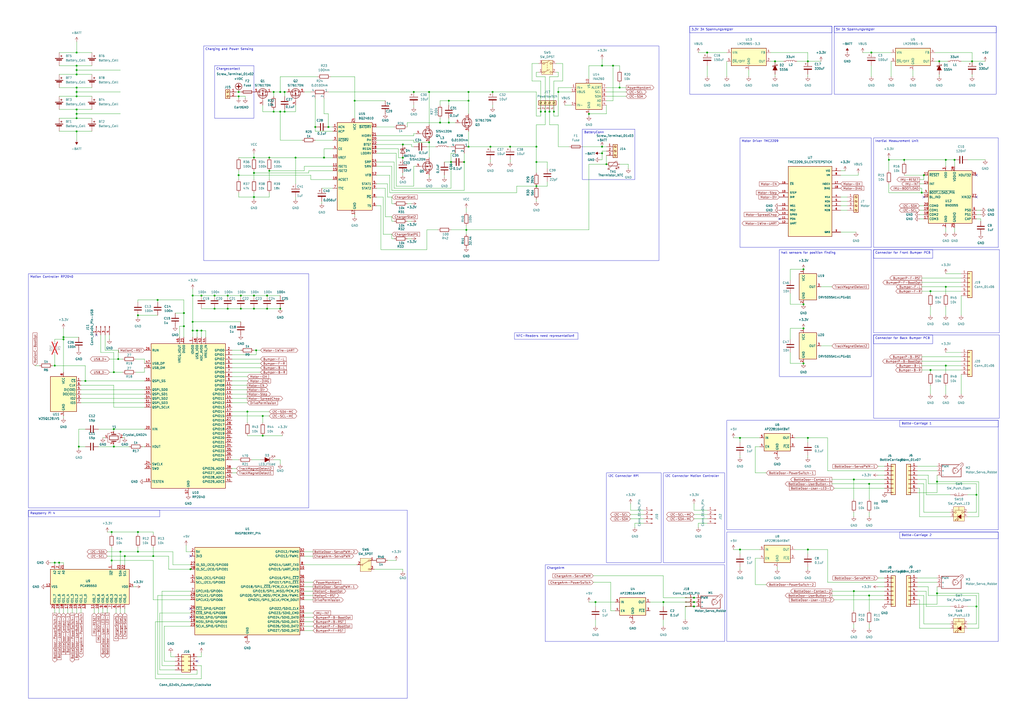
<source format=kicad_sch>
(kicad_sch
	(version 20231120)
	(generator "eeschema")
	(generator_version "8.0")
	(uuid "10e9ed1f-81fe-4a04-a219-cef72219a4ee")
	(paper "A2")
	
	(junction
		(at 429.26 318.77)
		(diameter 0)
		(color 0 0 0 0)
		(uuid "03268f60-248c-430f-9a48-def6cb6c976e")
	)
	(junction
		(at 148.59 203.2)
		(diameter 0)
		(color 0 0 0 0)
		(uuid "04234bed-4ba9-40ef-ac16-7d8ec800186b")
	)
	(junction
		(at 295.91 85.09)
		(diameter 0)
		(color 0 0 0 0)
		(uuid "043c4983-ef1a-48da-af34-5e079e1617dd")
	)
	(junction
		(at 410.21 30.48)
		(diameter 0)
		(color 0 0 0 0)
		(uuid "06870aa4-4c9b-477d-9f05-4ca4de8f6a4d")
	)
	(junction
		(at 147.32 91.44)
		(diameter 0)
		(color 0 0 0 0)
		(uuid "078e93f4-ef9b-4a26-8fc8-7cb6440c9d83")
	)
	(junction
		(at 44.45 50.8)
		(diameter 0)
		(color 0 0 0 0)
		(uuid "083aae67-81c3-4ec2-bf4a-336ec22f72e9")
	)
	(junction
		(at 138.43 53.34)
		(diameter 0)
		(color 0 0 0 0)
		(uuid "0c36acff-a6fa-4aad-8de9-5a58c137780b")
	)
	(junction
		(at 205.74 58.42)
		(diameter 0)
		(color 0 0 0 0)
		(uuid "0fa84823-55a1-466b-9cc3-bd54f6acb385")
	)
	(junction
		(at 271.78 58.42)
		(diameter 0)
		(color 0 0 0 0)
		(uuid "10394ed1-e91b-4a04-b451-45e5b47def1e")
	)
	(junction
		(at 270.51 133.35)
		(diameter 0)
		(color 0 0 0 0)
		(uuid "1591bc0a-595e-4743-a95b-031ef01c08e6")
	)
	(junction
		(at 248.92 53.34)
		(diameter 0)
		(color 0 0 0 0)
		(uuid "17566795-db7d-438c-a62f-11fa896f09fe")
	)
	(junction
		(at 36.83 195.58)
		(diameter 0)
		(color 0 0 0 0)
		(uuid "21be0d6d-08dd-4c6b-8dde-b3409b7daccd")
	)
	(junction
		(at 91.44 173.99)
		(diameter 0)
		(color 0 0 0 0)
		(uuid "22a4d2dd-f848-4193-8541-955420f6e17d")
	)
	(junction
		(at 313.69 64.77)
		(diameter 0)
		(color 0 0 0 0)
		(uuid "230cd950-b70b-46ae-8da2-7c0fe82a6426")
	)
	(junction
		(at 44.45 68.58)
		(diameter 0)
		(color 0 0 0 0)
		(uuid "2421b6f1-9351-4b09-9d81-3293799c07ca")
	)
	(junction
		(at 543.56 279.4)
		(diameter 0)
		(color 0 0 0 0)
		(uuid "25fc08dd-dbcb-4986-8d99-a9d615e74609")
	)
	(junction
		(at 44.45 30.48)
		(diameter 0)
		(color 0 0 0 0)
		(uuid "265fbd34-c236-4afc-b472-ab5f7b1865f2")
	)
	(junction
		(at 64.77 325.12)
		(diameter 0)
		(color 0 0 0 0)
		(uuid "277e0764-7927-4216-849d-6bc3b8e09a44")
	)
	(junction
		(at 139.7 179.07)
		(diameter 0)
		(color 0 0 0 0)
		(uuid "29426718-41a1-4fab-a69c-de55200420f5")
	)
	(junction
		(at 44.45 43.18)
		(diameter 0)
		(color 0 0 0 0)
		(uuid "29b5096b-a417-4d8d-8959-38c8fd1009d5")
	)
	(junction
		(at 80.01 182.88)
		(diameter 0)
		(color 0 0 0 0)
		(uuid "2d0abeda-aac0-4388-a19d-3bc6f581aa05")
	)
	(junction
		(at 44.45 76.2)
		(diameter 0)
		(color 0 0 0 0)
		(uuid "2d1447b9-e1f8-416e-9e68-2f3a93be7887")
	)
	(junction
		(at 116.84 191.77)
		(diameter 0)
		(color 0 0 0 0)
		(uuid "2e7fad9a-09d7-4161-afc3-42855f89e07f")
	)
	(junction
		(at 187.96 91.44)
		(diameter 0)
		(color 0 0 0 0)
		(uuid "2fb5237e-5a20-44ce-8f36-963c438a2351")
	)
	(junction
		(at 147.32 179.07)
		(diameter 0)
		(color 0 0 0 0)
		(uuid "2fdf82e2-3891-4bd7-be3f-e7514a4bef5c")
	)
	(junction
		(at 311.15 85.09)
		(diameter 0)
		(color 0 0 0 0)
		(uuid "311f4d38-041f-4193-974d-1c83fbb67e88")
	)
	(junction
		(at 124.46 179.07)
		(diameter 0)
		(color 0 0 0 0)
		(uuid "39a70374-4daf-4db7-bf38-bf4c46ca5dc6")
	)
	(junction
		(at 124.46 171.45)
		(diameter 0)
		(color 0 0 0 0)
		(uuid "3c018187-1d9c-4d03-8c02-29d04cab6f36")
	)
	(junction
		(at 88.9 322.58)
		(diameter 0)
		(color 0 0 0 0)
		(uuid "3ee83e4e-3370-4ed8-bcc6-114de62898d7")
	)
	(junction
		(at 349.25 38.1)
		(diameter 0)
		(color 0 0 0 0)
		(uuid "3eea0a00-3e9a-4c07-bf8c-cd1e7c4edf62")
	)
	(junction
		(at 147.32 100.33)
		(diameter 0)
		(color 0 0 0 0)
		(uuid "41cacee7-f5a4-4feb-90d3-5b89c79d1be2")
	)
	(junction
		(at 147.32 171.45)
		(diameter 0)
		(color 0 0 0 0)
		(uuid "451af065-1b1a-4969-88c6-18b12c3eaf4b")
	)
	(junction
		(at 116.84 171.45)
		(diameter 0)
		(color 0 0 0 0)
		(uuid "470f61d3-5f15-44b3-9be8-d7ad98c6cb59")
	)
	(junction
		(at 466.09 210.82)
		(diameter 0)
		(color 0 0 0 0)
		(uuid "48971dba-eda7-491c-8cff-cff1d10cc4ba")
	)
	(junction
		(at 355.6 38.1)
		(diameter 0)
		(color 0 0 0 0)
		(uuid "4a08adb7-ea48-4326-a6c2-0515fd040642")
	)
	(junction
		(at 311.15 107.95)
		(diameter 0)
		(color 0 0 0 0)
		(uuid "4c87b946-ba01-4b69-b1a9-9e7e6044b062")
	)
	(junction
		(at 31.75 212.09)
		(diameter 0)
		(color 0 0 0 0)
		(uuid "4f324c9b-e82a-4655-af45-70ad70b76b07")
	)
	(junction
		(at 165.1 64.77)
		(diameter 0)
		(color 0 0 0 0)
		(uuid "4f5c7b81-43d6-4512-a1ff-f2767706b81b")
	)
	(junction
		(at 80.01 308.61)
		(diameter 0)
		(color 0 0 0 0)
		(uuid "4fafc432-26d7-4c70-844e-cbe5d393e13c")
	)
	(junction
		(at 68.58 208.28)
		(diameter 0)
		(color 0 0 0 0)
		(uuid "515f183c-9db6-4e5c-a04a-45e2e5b7cfce")
	)
	(junction
		(at 260.35 71.12)
		(diameter 0)
		(color 0 0 0 0)
		(uuid "51a07f6d-fef6-4ded-b7b5-940b5c2502f1")
	)
	(junction
		(at 563.88 35.56)
		(diameter 0)
		(color 0 0 0 0)
		(uuid "55e24700-a976-46b6-9a5e-322947c19269")
	)
	(junction
		(at 504.19 345.44)
		(diameter 0)
		(color 0 0 0 0)
		(uuid "57161dd7-66d7-4a82-9a79-eaa5c269842f")
	)
	(junction
		(at 466.09 190.5)
		(diameter 0)
		(color 0 0 0 0)
		(uuid "58941ba0-49a2-4b85-9a74-91b8353490af")
	)
	(junction
		(at 402.59 351.79)
		(diameter 0)
		(color 0 0 0 0)
		(uuid "58a4fc78-7c78-4869-9833-849d042f667f")
	)
	(junction
		(at 255.27 71.12)
		(diameter 0)
		(color 0 0 0 0)
		(uuid "5cb3f681-a5b8-4722-b634-c4ebdba652ce")
	)
	(junction
		(at 548.64 92.71)
		(diameter 0)
		(color 0 0 0 0)
		(uuid "5eef07a4-476c-4d20-ab85-4e2f6966be7d")
	)
	(junction
		(at 466.09 156.21)
		(diameter 0)
		(color 0 0 0 0)
		(uuid "6897ca32-27ac-491f-81b3-db9981cbe5a5")
	)
	(junction
		(at 261.62 93.98)
		(diameter 0)
		(color 0 0 0 0)
		(uuid "6bda25a7-d433-4177-8a8c-e3ecc441d877")
	)
	(junction
		(at 318.77 64.77)
		(diameter 0)
		(color 0 0 0 0)
		(uuid "6c09df51-c141-43c6-99c2-443523b80007")
	)
	(junction
		(at 111.76 191.77)
		(diameter 0)
		(color 0 0 0 0)
		(uuid "6d65149c-99e1-48b1-afd4-3fc0a4e61402")
	)
	(junction
		(at 535.94 101.6)
		(diameter 0)
		(color 0 0 0 0)
		(uuid "6ea42f31-28e0-4e12-9550-0f7ac6dc9aa7")
	)
	(junction
		(at 539.75 214.63)
		(diameter 0)
		(color 0 0 0 0)
		(uuid "6eaa7f75-ad11-4df2-a6a3-c6ef0e430e53")
	)
	(junction
		(at 311.15 93.98)
		(diameter 0)
		(color 0 0 0 0)
		(uuid "6ef56cb4-6ee0-4075-bb1b-a819c1239ddb")
	)
	(junction
		(at 44.45 66.04)
		(diameter 0)
		(color 0 0 0 0)
		(uuid "6f780dc5-431b-4107-8aa6-7a7b80f485db")
	)
	(junction
		(at 80.01 320.04)
		(diameter 0)
		(color 0 0 0 0)
		(uuid "7008afad-ebe6-4b0c-994b-1ffb34cb38c0")
	)
	(junction
		(at 495.3 278.13)
		(diameter 0)
		(color 0 0 0 0)
		(uuid "75888cbd-2c9c-44cc-a124-d721d5a43a54")
	)
	(junction
		(at 66.04 259.08)
		(diameter 0)
		(color 0 0 0 0)
		(uuid "75b73604-a04b-4e5e-8f2b-d7112a354c76")
	)
	(junction
		(at 152.4 252.73)
		(diameter 0)
		(color 0 0 0 0)
		(uuid "75ef01e9-385c-4ea7-9683-cb33dac2e24c")
	)
	(junction
		(at 156.21 99.06)
		(diameter 0)
		(color 0 0 0 0)
		(uuid "7a6f0ed7-48cc-489f-9f10-fea7b8900c2e")
	)
	(junction
		(at 44.45 40.64)
		(diameter 0)
		(color 0 0 0 0)
		(uuid "7b5e014f-6d02-49ab-956c-429ce09c3d2b")
	)
	(junction
		(at 566.42 351.79)
		(diameter 0)
		(color 0 0 0 0)
		(uuid "7cb410a2-cd21-4a99-a0fc-9cfba2c05cfa")
	)
	(junction
		(at 154.94 171.45)
		(diameter 0)
		(color 0 0 0 0)
		(uuid "7dc31fcc-7a3f-43f9-9177-cd22c32ac711")
	)
	(junction
		(at 539.75 168.91)
		(diameter 0)
		(color 0 0 0 0)
		(uuid "7debab58-8d33-494d-87b4-97a52d26a6ff")
	)
	(junction
		(at 543.56 344.17)
		(diameter 0)
		(color 0 0 0 0)
		(uuid "80f79bba-cc7f-4b8e-9517-8f247a51f6a4")
	)
	(junction
		(at 158.75 64.77)
		(diameter 0)
		(color 0 0 0 0)
		(uuid "82b92c49-401a-4913-858f-7e3f2f46ddcf")
	)
	(junction
		(at 111.76 186.69)
		(diameter 0)
		(color 0 0 0 0)
		(uuid "84d0a7d8-7dd4-4f12-bcc9-40014992f2ac")
	)
	(junction
		(at 504.19 280.67)
		(diameter 0)
		(color 0 0 0 0)
		(uuid "8521d5a2-40ba-4a5d-a5c4-2e6ef9471c28")
	)
	(junction
		(at 240.03 53.34)
		(diameter 0)
		(color 0 0 0 0)
		(uuid "85aefa31-e41f-4715-9986-793490d285ff")
	)
	(junction
		(at 44.45 53.34)
		(diameter 0)
		(color 0 0 0 0)
		(uuid "87f4a9f5-047d-4055-84ef-ce082379ddb6")
	)
	(junction
		(at 162.56 64.77)
		(diameter 0)
		(color 0 0 0 0)
		(uuid "882212e7-c879-43a9-94f4-d1d58d5f9db1")
	)
	(junction
		(at 466.09 176.53)
		(diameter 0)
		(color 0 0 0 0)
		(uuid "8949e0e3-3200-4f92-ba6a-fc8d6b9cfd36")
	)
	(junction
		(at 111.76 171.45)
		(diameter 0)
		(color 0 0 0 0)
		(uuid "8c8781ed-ac6a-4428-9845-847cdc5f6708")
	)
	(junction
		(at 271.78 53.34)
		(diameter 0)
		(color 0 0 0 0)
		(uuid "8e4272b3-cc34-461e-ac6a-bc00f9b86312")
	)
	(junction
		(at 132.08 179.07)
		(diameter 0)
		(color 0 0 0 0)
		(uuid "90d555f8-82ed-4e5b-9fde-9f2563ca9a84")
	)
	(junction
		(at 345.44 349.25)
		(diameter 0)
		(color 0 0 0 0)
		(uuid "9339e47f-85f5-408a-b36c-b27fd8430462")
	)
	(junction
		(at 190.5 73.66)
		(diameter 0)
		(color 0 0 0 0)
		(uuid "93f07516-6868-4305-aacb-0ba200e0c11d")
	)
	(junction
		(at 162.56 179.07)
		(diameter 0)
		(color 0 0 0 0)
		(uuid "9471eeb1-2a59-42c9-9805-be6e33dda6f7")
	)
	(junction
		(at 495.3 342.9)
		(diameter 0)
		(color 0 0 0 0)
		(uuid "95c38d03-b4bc-4d18-b7ec-e184e5f2b0d1")
	)
	(junction
		(at 158.75 53.34)
		(diameter 0)
		(color 0 0 0 0)
		(uuid "96aa31a1-4e10-459b-997d-dbaa4ad37b35")
	)
	(junction
		(at 515.62 92.71)
		(diameter 0)
		(color 0 0 0 0)
		(uuid "99315baa-d1fc-4dc4-bcfc-637bd899f1ef")
	)
	(junction
		(at 544.83 35.56)
		(diameter 0)
		(color 0 0 0 0)
		(uuid "99af6a2b-938f-4a05-a868-2edc7d4b2aed")
	)
	(junction
		(at 72.39 322.58)
		(diameter 0)
		(color 0 0 0 0)
		(uuid "9a382fe7-2567-41bd-b706-8a429acfe147")
	)
	(junction
		(at 154.94 179.07)
		(diameter 0)
		(color 0 0 0 0)
		(uuid "9c8a7697-ebc2-4d23-9b1c-948f5bccfdc2")
	)
	(junction
		(at 548.64 212.09)
		(diameter 0)
		(color 0 0 0 0)
		(uuid "9d765aad-4bb4-461f-b6c2-e1fe7d24c77d")
	)
	(junction
		(at 49.53 220.98)
		(diameter 0)
		(color 0 0 0 0)
		(uuid "9e9c8458-49a2-4c4a-9aa4-a77a98a09679")
	)
	(junction
		(at 284.48 85.09)
		(diameter 0)
		(color 0 0 0 0)
		(uuid "9eeb1fb8-d5cf-4b49-8d76-6b03be443833")
	)
	(junction
		(at 44.45 55.88)
		(diameter 0)
		(color 0 0 0 0)
		(uuid "a042a7b2-81e2-4dbc-9fc4-79a7c6613bb5")
	)
	(junction
		(at 106.68 189.23)
		(diameter 0)
		(color 0 0 0 0)
		(uuid "a0da04da-7b55-4416-b220-aaaa0dffdfe3")
	)
	(junction
		(at 143.51 238.76)
		(diameter 0)
		(color 0 0 0 0)
		(uuid "a174328b-591f-4f4e-acd9-d1960c5a1d5e")
	)
	(junction
		(at 45.72 259.08)
		(diameter 0)
		(color 0 0 0 0)
		(uuid "a3540f26-1336-4e81-a8eb-434080559b46")
	)
	(junction
		(at 165.1 53.34)
		(diameter 0)
		(color 0 0 0 0)
		(uuid "a46edfb4-cfeb-461d-9540-cbd79615340a")
	)
	(junction
		(at 110.49 330.2)
		(diameter 0)
		(color 0 0 0 0)
		(uuid "a8b3ec47-a9a9-4ba1-b749-6c31898f83b9")
	)
	(junction
		(at 114.3 191.77)
		(diameter 0)
		(color 0 0 0 0)
		(uuid "a9ae8d97-5143-4d48-8437-3701e9202cc1")
	)
	(junction
		(at 248.92 82.55)
		(diameter 0)
		(color 0 0 0 0)
		(uuid "acecb792-3d81-4190-88b7-e02a484e65ca")
	)
	(junction
		(at 321.31 64.77)
		(diameter 0)
		(color 0 0 0 0)
		(uuid "b4182030-5dc1-4a45-bd92-f741ebec9a8e")
	)
	(junction
		(at 171.45 91.44)
		(diameter 0)
		(color 0 0 0 0)
		(uuid "b5f21407-4b80-434f-ba8b-2953c30b04b1")
	)
	(junction
		(at 566.42 287.02)
		(diameter 0)
		(color 0 0 0 0)
		(uuid "b783d9c8-d090-495a-83a1-e580f2c25178")
	)
	(junction
		(at 534.67 111.76)
		(diameter 0)
		(color 0 0 0 0)
		(uuid "bb559827-d786-40eb-b3b4-28a643172c47")
	)
	(junction
		(at 468.63 318.77)
		(diameter 0)
		(color 0 0 0 0)
		(uuid "bbc22500-7889-4288-be0d-cfd80288ac5c")
	)
	(junction
		(at 384.81 349.25)
		(diameter 0)
		(color 0 0 0 0)
		(uuid "bc4e959e-e2ad-4122-b784-10f1fe12ed65")
	)
	(junction
		(at 147.32 114.3)
		(diameter 0)
		(color 0 0 0 0)
		(uuid "c0be65a4-b948-4986-9442-3575c41d013b")
	)
	(junction
		(at 64.77 308.61)
		(diameter 0)
		(color 0 0 0 0)
		(uuid "c5a02223-bddc-4462-98b4-b63f3acdf809")
	)
	(junction
		(at 449.58 35.56)
		(diameter 0)
		(color 0 0 0 0)
		(uuid "c799042d-ae88-43cc-a271-0df941a8f484")
	)
	(junction
		(at 269.24 93.98)
		(diameter 0)
		(color 0 0 0 0)
		(uuid "c7d05e29-29a0-49a9-a586-8d5da62223fe")
	)
	(junction
		(at 553.72 92.71)
		(diameter 0)
		(color 0 0 0 0)
		(uuid "c85e723b-7570-4cf5-84ad-b61532129048")
	)
	(junction
		(at 548.64 166.37)
		(diameter 0)
		(color 0 0 0 0)
		(uuid "c957e342-a962-4242-9b04-0bf695b22660")
	)
	(junction
		(at 69.85 320.04)
		(diameter 0)
		(color 0 0 0 0)
		(uuid "c9829d1e-e068-4d7b-979c-0567ec83b092")
	)
	(junction
		(at 156.21 91.44)
		(diameter 0)
		(color 0 0 0 0)
		(uuid "c9b95984-e325-4229-95f0-72e6effc4e99")
	)
	(junction
		(at 66.04 248.92)
		(diameter 0)
		(color 0 0 0 0)
		(uuid "cde65cd6-c066-46d8-a2f4-f11966f8d9bc")
	)
	(junction
		(at 349.25 85.09)
		(diameter 0)
		(color 0 0 0 0)
		(uuid "ce004d87-3500-4581-88d6-ca7dde4a559a")
	)
	(junction
		(at 233.68 83.82)
		(diameter 0)
		(color 0 0 0 0)
		(uuid "ce7a012a-b7ac-4733-9453-7513c5eadd71")
	)
	(junction
		(at 36.83 196.85)
		(diameter 0)
		(color 0 0 0 0)
		(uuid "cf515f11-e932-4ebb-a615-a2f4c79f2c55")
	)
	(junction
		(at 341.63 66.04)
		(diameter 0)
		(color 0 0 0 0)
		(uuid "d11ba81a-bdac-481a-9bd9-cd8d713f0ecf")
	)
	(junction
		(at 349.25 88.9)
		(diameter 0)
		(color 0 0 0 0)
		(uuid "d3335085-ec23-4516-affd-f7ad380b75aa")
	)
	(junction
		(at 44.45 38.1)
		(diameter 0)
		(color 0 0 0 0)
		(uuid "d460fc4e-116b-461c-9aad-963e945b1fdb")
	)
	(junction
		(at 316.23 64.77)
		(diameter 0)
		(color 0 0 0 0)
		(uuid "d6f24699-3900-45cc-998e-f91f3ea12f56")
	)
	(junction
		(at 182.88 73.66)
		(diameter 0)
		(color 0 0 0 0)
		(uuid "d7218f09-481c-4dfb-8660-d32c7d548973")
	)
	(junction
		(at 31.75 326.39)
		(diameter 0)
		(color 0 0 0 0)
		(uuid "d7cc7e0e-4b77-4814-a0d4-6785824da040")
	)
	(junction
		(at 152.4 241.3)
		(diameter 0)
		(color 0 0 0 0)
		(uuid "dc242737-9d3c-4090-9829-a23ee9040928")
	)
	(junction
		(at 402.59 349.25)
		(diameter 0)
		(color 0 0 0 0)
		(uuid "de488c84-f718-48f3-9baf-8652f2126716")
	)
	(junction
		(at 66.04 215.9)
		(diameter 0)
		(color 0 0 0 0)
		(uuid "decbe553-a3bd-4fc0-9f73-f7e590a6e953")
	)
	(junction
		(at 139.7 171.45)
		(diameter 0)
		(color 0 0 0 0)
		(uuid "e1775e11-9fe6-4463-8146-18d8ced08735")
	)
	(junction
		(at 106.68 181.61)
		(diameter 0)
		(color 0 0 0 0)
		(uuid "e18add9c-c3d0-41a9-8ecf-c6c33a8a8953")
	)
	(junction
		(at 351.79 95.25)
		(diameter 0)
		(color 0 0 0 0)
		(uuid "e3dd5527-6a90-4448-9011-027409cf21fb")
	)
	(junction
		(at 162.56 53.34)
		(diameter 0)
		(color 0 0 0 0)
		(uuid "e638f2a4-5e9e-4671-badd-88fbc55318f6")
	)
	(junction
		(at 429.26 254)
		(diameter 0)
		(color 0 0 0 0)
		(uuid "e643f0fc-a1a1-4012-a5b0-69948705cd8f")
	)
	(junction
		(at 402.59 346.71)
		(diameter 0)
		(color 0 0 0 0)
		(uuid "e765a5f7-98e1-4b44-a50e-caf75cbf0251")
	)
	(junction
		(at 271.78 85.09)
		(diameter 0)
		(color 0 0 0 0)
		(uuid "e8312679-7a5b-4cfc-ad4c-1c3bd3fc065d")
	)
	(junction
		(at 132.08 171.45)
		(diameter 0)
		(color 0 0 0 0)
		(uuid "ebd25529-48dc-4d3c-995a-0a53a2b21d6f")
	)
	(junction
		(at 285.75 53.34)
		(diameter 0)
		(color 0 0 0 0)
		(uuid "ed079d0b-fea7-481b-852a-0b16d86be289")
	)
	(junction
		(at 359.41 50.8)
		(diameter 0)
		(color 0 0 0 0)
		(uuid "ee21e3f5-e352-4a84-93cf-62e554bde62b")
	)
	(junction
		(at 260.35 58.42)
		(diameter 0)
		(color 0 0 0 0)
		(uuid "ee485631-1076-491b-ae9c-d926dec44c36")
	)
	(junction
		(at 323.85 53.34)
		(diameter 0)
		(color 0 0 0 0)
		(uuid "eec98f71-cafb-4731-a4ef-ebdea913f8f8")
	)
	(junction
		(at 468.63 254)
		(diameter 0)
		(color 0 0 0 0)
		(uuid "efd94e32-e0ba-4970-b1bf-8fd3aa6a1536")
	)
	(junction
		(at 524.51 92.71)
		(diameter 0)
		(color 0 0 0 0)
		(uuid "f1ea72bd-ddab-4c9c-bc3e-94b9ac135f23")
	)
	(junction
		(at 34.29 326.39)
		(diameter 0)
		(color 0 0 0 0)
		(uuid "f2ce2bf7-3045-45bb-b7fc-f2ad386e880f")
	)
	(junction
		(at 138.43 55.88)
		(diameter 0)
		(color 0 0 0 0)
		(uuid "f3d4fae2-f8ce-4588-85f8-92f2d1b31ccb")
	)
	(junction
		(at 138.43 101.6)
		(diameter 0)
		(color 0 0 0 0)
		(uuid "f7c9a31e-a985-4a15-ba63-951e53625b76")
	)
	(junction
		(at 233.68 91.44)
		(diameter 0)
		(color 0 0 0 0)
		(uuid "f7fb99b1-7b2a-472f-90af-0ba450949010")
	)
	(junction
		(at 505.46 30.48)
		(diameter 0)
		(color 0 0 0 0)
		(uuid "f91e5096-4f67-48ae-a66f-f4215968b35a")
	)
	(junction
		(at 44.45 63.5)
		(diameter 0)
		(color 0 0 0 0)
		(uuid "fe282bc1-f285-4dcb-aaf1-eb1ddb5ceb2f")
	)
	(junction
		(at 468.63 35.56)
		(diameter 0)
		(color 0 0 0 0)
		(uuid "fedb9ee5-9f24-4d12-a2db-5fd24ffa6199")
	)
	(no_connect
		(at 452.12 127)
		(uuid "0260e9ab-8e3e-4bc2-9dbe-5591cc0b01ef")
	)
	(no_connect
		(at 535.94 114.3)
		(uuid "0dbbdef1-cd64-4ae0-a69d-69f0c468be48")
	)
	(no_connect
		(at 566.42 101.6)
		(uuid "384be073-ba93-4b1b-904d-552e784c8b00")
	)
	(no_connect
		(at 110.49 322.58)
		(uuid "47a92e0d-52a0-4f2c-8d09-ee9bd39c40b1")
	)
	(no_connect
		(at 114.3 383.54)
		(uuid "70b5bf0c-b98f-4b27-959e-e212487041ea")
	)
	(no_connect
		(at 110.49 358.14)
		(uuid "9a125ab6-104d-4f14-b891-62a62e1dabbe")
	)
	(no_connect
		(at 55.88 194.31)
		(uuid "c2ad0957-19e7-43e7-a01b-6131327d59c9")
	)
	(no_connect
		(at 566.42 114.3)
		(uuid "dbf644f0-5284-44a5-8de9-ca76d961beec")
	)
	(no_connect
		(at 110.49 353.06)
		(uuid "e345bbe3-e995-4b6e-ae48-7e9601f776ae")
	)
	(wire
		(pts
			(xy 66.04 259.08) (xy 66.04 257.81)
		)
		(stroke
			(width 0)
			(type default)
		)
		(uuid "001dffd7-7641-4fd9-a9d3-c65c327bb6e0")
	)
	(wire
		(pts
			(xy 270.51 120.65) (xy 270.51 123.19)
		)
		(stroke
			(width 0)
			(type default)
		)
		(uuid "01d5c717-1676-4dfb-9409-c370179e74c3")
	)
	(wire
		(pts
			(xy 62.23 320.04) (xy 69.85 320.04)
		)
		(stroke
			(width 0)
			(type default)
		)
		(uuid "020e7bd2-975d-483f-8535-d66b8332c03a")
	)
	(wire
		(pts
			(xy 181.61 322.58) (xy 176.53 322.58)
		)
		(stroke
			(width 0)
			(type default)
		)
		(uuid "021dd310-9842-412f-b9a6-439ebfee9b07")
	)
	(wire
		(pts
			(xy 60.96 203.2) (xy 60.96 194.31)
		)
		(stroke
			(width 0)
			(type default)
		)
		(uuid "024b73a8-241a-41ac-8ba5-fb036987d738")
	)
	(wire
		(pts
			(xy 458.47 196.85) (xy 458.47 190.5)
		)
		(stroke
			(width 0)
			(type default)
		)
		(uuid "026fcfd5-eb38-4374-a9fc-ca07c493d046")
	)
	(wire
		(pts
			(xy 491.49 116.84) (xy 487.68 116.84)
		)
		(stroke
			(width 0)
			(type default)
		)
		(uuid "02b7188a-3b50-4bb1-b815-4dd64aeb1ff5")
	)
	(wire
		(pts
			(xy 504.19 354.33) (xy 504.19 345.44)
		)
		(stroke
			(width 0)
			(type default)
		)
		(uuid "02db2914-8822-456d-9c6f-fd12122a370b")
	)
	(wire
		(pts
			(xy 91.44 173.99) (xy 106.68 173.99)
		)
		(stroke
			(width 0)
			(type default)
		)
		(uuid "030cf6e0-7220-478f-8ce6-506488ec880c")
	)
	(wire
		(pts
			(xy 176.53 99.06) (xy 176.53 96.52)
		)
		(stroke
			(width 0)
			(type default)
		)
		(uuid "03467e4e-cdde-4172-a246-476cc9bb7d30")
	)
	(wire
		(pts
			(xy 44.45 355.6) (xy 44.45 353.06)
		)
		(stroke
			(width 0)
			(type default)
		)
		(uuid "03b22e33-c1d0-4d43-af99-c
... [483770 chars truncated]
</source>
